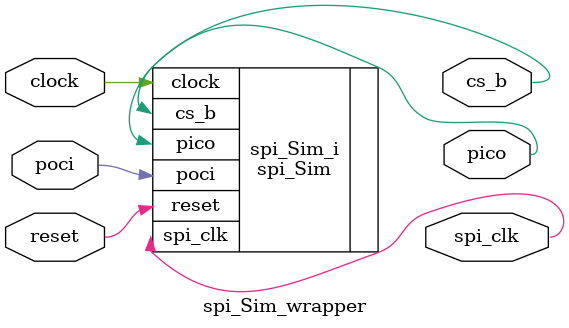
<source format=v>

`timescale 1 ps / 1 ps

module spi_Sim_wrapper
   (clock,
    cs_b,
    pico,
    poci,
    reset,
    spi_clk);
  input clock;
  output cs_b;
  output pico;
  input poci;
  input reset;
  output spi_clk;

  wire clock;
  wire cs_b;
  wire pico;
  wire poci;
  wire reset;
  wire spi_clk;

  spi_Sim spi_Sim_i
       (.clock(clock),
        .cs_b(cs_b),
        .pico(pico),
        .poci(poci),
        .reset(reset),
        .spi_clk(spi_clk));
endmodule

</source>
